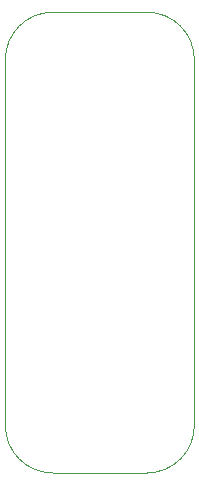
<source format=gbr>
G04 #@! TF.FileFunction,Profile,NP*
%FSLAX46Y46*%
G04 Gerber Fmt 4.6, Leading zero omitted, Abs format (unit mm)*
G04 Created by KiCad (PCBNEW (after 2015-mar-04 BZR unknown)-product) date 6/28/2016 10:30:25 AM*
%MOMM*%
G01*
G04 APERTURE LIST*
%ADD10C,0.150000*%
%ADD11C,0.100000*%
G04 APERTURE END LIST*
D10*
D11*
X4000000Y-39000000D02*
X12000000Y-39000000D01*
X4000000Y0D02*
X12500000Y0D01*
X16000000Y-4000000D02*
X16000000Y-35000000D01*
X0Y-35000000D02*
X0Y-4000000D01*
X0Y-35000000D02*
G75*
G03X4000000Y-39000000I4000000J0D01*
G01*
X12000000Y-39000000D02*
G75*
G03X16000000Y-35000000I0J4000000D01*
G01*
X16000000Y-4000000D02*
G75*
G03X12000000Y0I-4000000J0D01*
G01*
X4000000Y0D02*
G75*
G03X0Y-4000000I0J-4000000D01*
G01*
M02*

</source>
